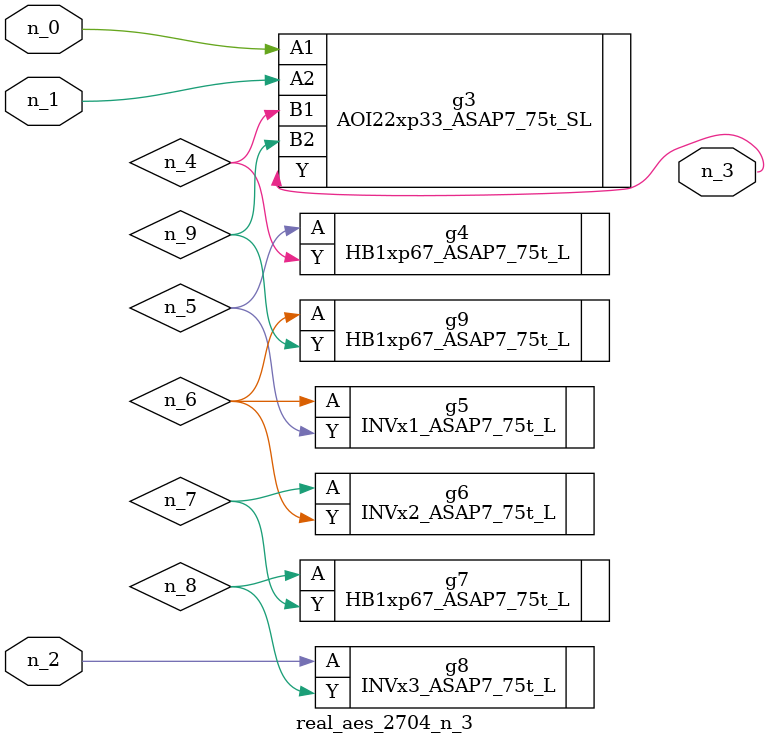
<source format=v>
module real_aes_2704_n_3 (n_0, n_2, n_1, n_3);
input n_0;
input n_2;
input n_1;
output n_3;
wire n_4;
wire n_5;
wire n_7;
wire n_9;
wire n_6;
wire n_8;
AOI22xp33_ASAP7_75t_SL g3 ( .A1(n_0), .A2(n_1), .B1(n_4), .B2(n_9), .Y(n_3) );
INVx3_ASAP7_75t_L g8 ( .A(n_2), .Y(n_8) );
HB1xp67_ASAP7_75t_L g4 ( .A(n_5), .Y(n_4) );
INVx1_ASAP7_75t_L g5 ( .A(n_6), .Y(n_5) );
HB1xp67_ASAP7_75t_L g9 ( .A(n_6), .Y(n_9) );
INVx2_ASAP7_75t_L g6 ( .A(n_7), .Y(n_6) );
HB1xp67_ASAP7_75t_L g7 ( .A(n_8), .Y(n_7) );
endmodule
</source>
